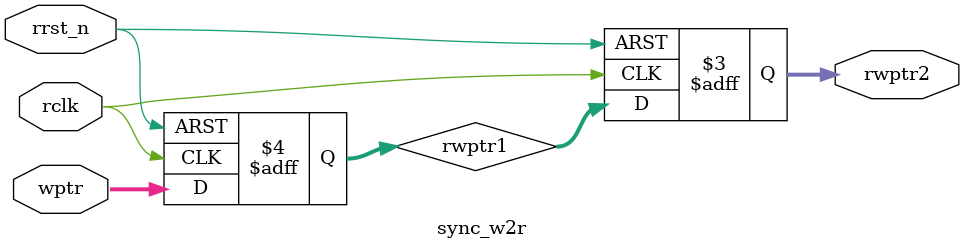
<source format=v>
module sync_w2r (rwptr2, wptr, rclk, rrst_n);
	parameter ADDRSIZE = 4;
	output [ADDRSIZE:0] rwptr2;
	input [ADDRSIZE:0] wptr;
	input rclk, rrst_n;
	reg [ADDRSIZE:0] rwptr2, rwptr1;
	always @(posedge rclk or negedge rrst_n)
    	if (!rrst_n)
        	{rwptr2,rwptr1} <= 0;
    	else
        	{rwptr2,rwptr1} <= {rwptr1,wptr};
endmodule

</source>
